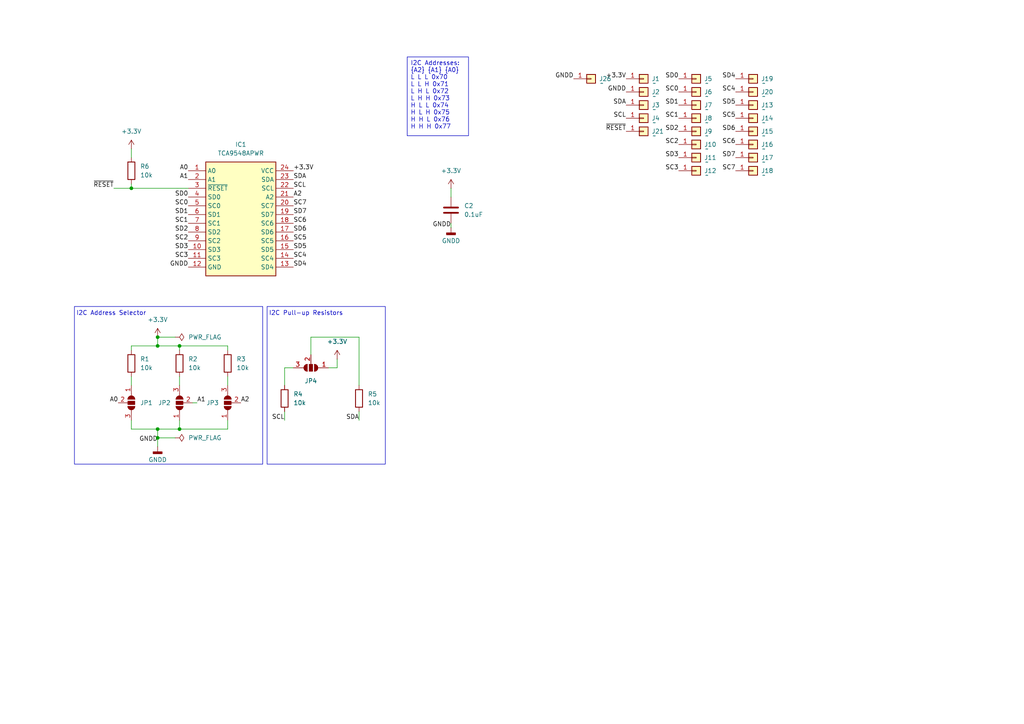
<source format=kicad_sch>
(kicad_sch (version 20231120) (generator "eeschema") (generator_version "8.0")
  (paper "A4")
  (title_block (title "Breakout Board: I²C Multiplexer based on TCA9548A") (date "2024-06-09") (rev "1") (company "Thomas Fanninger"))
  (lib_symbols
    (symbol "Connector_Generic:Conn_01x01" (pin_names (offset 1.016) hide)
      (property "Reference" "J" (at 0 2.54 0))
      (property "Value" "Conn_01x01" (at 0 -2.54 0))
      (symbol "Conn_01x01_1_1"
        (rectangle (start -1.27 0.127) (end 0 -0.127) (stroke (width 0.1524)))
        (rectangle (start -1.27 1.27) (end 1.27 -1.27) (stroke (width 0.254)) (fill (type background)))
        (pin passive line (at -5.08 0 0) (length 3.81) (name "Pin_1") (number "1"))
      )
    )
    (symbol "Device:C" (pin_numbers hide) (pin_names (offset 0.254))
      (property "Reference" "C" (at 0.635 2.54 0))
      (property "Value" "C" (at 0.635 -2.54 0))
      (symbol "C_0_1"
        (polyline (pts (xy -2.032 -0.762) (xy 2.032 -0.762)) (stroke (width 0.508)))
        (polyline (pts (xy -2.032 0.762) (xy 2.032 0.762)) (stroke (width 0.508)))
      )
      (symbol "C_1_1"
        (pin passive line (at 0 3.81 270) (length 2.794) (name "~") (number "1"))
        (pin passive line (at 0 -3.81 90) (length 2.794) (name "~") (number "2"))
      )
    )
    (symbol "Device:R" (pin_numbers hide) (pin_names (offset 0))
      (property "Reference" "R" (at 2.032 0 90))
      (property "Value" "R" (at 0 0 90))
      (symbol "R_0_1"
        (rectangle (start -1.016 -2.54) (end 1.016 2.54) (stroke (width 0.254)))
      )
      (symbol "R_1_1"
        (pin passive line (at 0 3.81 270) (length 1.27) (name "~") (number "1"))
        (pin passive line (at 0 -3.81 90) (length 1.27) (name "~") (number "2"))
      )
    )
    (symbol "Jumper:SolderJumper_3_Open" (pin_names (offset 0) hide) (exclude_from_sim yes) (in_bom no)
      (property "Reference" "JP" (at -2.54 -2.54 0))
      (property "Value" "SolderJumper_3_Open" (at 0 2.794 0))
      (symbol "SolderJumper_3_Open_0_1"
        (arc (start -1.016 1.016) (mid -2.0276 0) (end -1.016 -1.016))
        (arc (start -1.016 1.016) (mid -2.0276 0) (end -1.016 -1.016) (fill (type outline)))
        (rectangle (start -0.508 1.016) (end 0.508 -1.016) (fill (type outline)))
        (polyline (pts (xy -2.54 0) (xy -2.032 0)))
        (polyline (pts (xy -1.016 1.016) (xy -1.016 -1.016)))
        (polyline (pts (xy 0 -1.27) (xy 0 -1.016)))
        (polyline (pts (xy 1.016 1.016) (xy 1.016 -1.016)))
        (polyline (pts (xy 2.54 0) (xy 2.032 0)))
        (arc (start 1.016 -1.016) (mid 2.0276 0) (end 1.016 1.016))
        (arc (start 1.016 -1.016) (mid 2.0276 0) (end 1.016 1.016) (fill (type outline)))
      )
      (symbol "SolderJumper_3_Open_1_1"
        (pin passive line (at -5.08 0 0) (length 2.54) (name "A") (number "1"))
        (pin passive line (at 0 -3.81 90) (length 2.54) (name "C") (number "2"))
        (pin passive line (at 5.08 0 180) (length 2.54) (name "B") (number "3"))
      )
    )
    (symbol "TCA9548APWR:TCA9548APWR"
      (property "Reference" "IC" (at 26.67 7.62 0))
      (property "Value" "TCA9548APWR" (at 26.67 5.08 0))
      (symbol "TCA9548APWR_1_1"
        (rectangle (start 5.08 2.54) (end 25.4 -30.48) (stroke (width 0.254)) (fill (type background)))
        (pin passive line (at 0 0 0) (length 5.08) (name "A0") (number "1"))
        (pin passive line (at 0 -22.86 0) (length 5.08) (name "SD3") (number "10"))
        (pin passive line (at 0 -25.4 0) (length 5.08) (name "SC3") (number "11"))
        (pin passive line (at 0 -27.94 0) (length 5.08) (name "GND") (number "12"))
        (pin passive line (at 30.48 -27.94 180) (length 5.08) (name "SD4") (number "13"))
        (pin passive line (at 30.48 -25.4 180) (length 5.08) (name "SC4") (number "14"))
        (pin passive line (at 30.48 -22.86 180) (length 5.08) (name "SD5") (number "15"))
        (pin passive line (at 30.48 -20.32 180) (length 5.08) (name "SC5") (number "16"))
        (pin passive line (at 30.48 -17.78 180) (length 5.08) (name "SD6") (number "17"))
        (pin passive line (at 30.48 -15.24 180) (length 5.08) (name "SC6") (number "18"))
        (pin passive line (at 30.48 -12.7 180) (length 5.08) (name "SD7") (number "19"))
        (pin passive line (at 0 -2.54 0) (length 5.08) (name "A1") (number "2"))
        (pin passive line (at 30.48 -10.16 180) (length 5.08) (name "SC7") (number "20"))
        (pin passive line (at 30.48 -7.62 180) (length 5.08) (name "A2") (number "21"))
        (pin passive line (at 30.48 -5.08 180) (length 5.08) (name "SCL") (number "22"))
        (pin passive line (at 30.48 -2.54 180) (length 5.08) (name "SDA") (number "23"))
        (pin passive line (at 30.48 0 180) (length 5.08) (name "VCC") (number "24"))
        (pin passive line (at 0 -5.08 0) (length 5.08) (name "~{RESET}") (number "3"))
        (pin passive line (at 0 -7.62 0) (length 5.08) (name "SD0") (number "4"))
        (pin passive line (at 0 -10.16 0) (length 5.08) (name "SC0") (number "5"))
        (pin passive line (at 0 -12.7 0) (length 5.08) (name "SD1") (number "6"))
        (pin passive line (at 0 -15.24 0) (length 5.08) (name "SC1") (number "7"))
        (pin passive line (at 0 -17.78 0) (length 5.08) (name "SD2") (number "8"))
        (pin passive line (at 0 -20.32 0) (length 5.08) (name "SC2") (number "9"))
      )
    )
    (symbol "power:+3.3V" (power) (pin_numbers hide) (pin_names (offset 0) hide)
      (property "Value" "+3.3V" (at 0 3.556 0))
      (symbol "+3.3V_0_1"
        (polyline (pts (xy -0.762 1.27) (xy 0 2.54)))
        (polyline (pts (xy 0 0) (xy 0 2.54)))
        (polyline (pts (xy 0 2.54) (xy 0.762 1.27)))
      )
      (symbol "+3.3V_1_1"
        (pin power_in line (at 0 0 90) (length 0) (name "~") (number "1"))
      )
    )
    (symbol "power:GNDD" (power) (pin_numbers hide) (pin_names (offset 0) hide)
      (property "Value" "GNDD" (at 0 -3.175 0))
      (symbol "GNDD_0_1"
        (rectangle (start -1.27 -1.524) (end 1.27 -2.032) (stroke (width 0.254)) (fill (type outline)))
        (polyline (pts (xy 0 0) (xy 0 -1.524)))
      )
      (symbol "GNDD_1_1"
        (pin power_in line (at 0 0 270) (length 0) (name "~") (number "1"))
      )
    )
    (symbol "power:PWR_FLAG" (power) (pin_numbers hide) (pin_names (offset 0) hide)
      (property "Value" "PWR_FLAG" (at 0 3.81 0))
      (symbol "PWR_FLAG_0_0"
        (pin power_out line (at 0 0 90) (length 0) (name "~") (number "1"))
      )
      (symbol "PWR_FLAG_0_1"
        (polyline (pts (xy 0 0) (xy 0 1.27) (xy -1.016 1.905) (xy 0 2.54) (xy 1.016 1.905) (xy 0 1.27)))
      )
    )
  )
  (junction (at 45.72 97.79))
  (junction (at 45.72 124.46))
  (junction (at 45.72 100.33))
  (junction (at 38.1 54.61))
  (junction (at 52.07 100.33))
  (junction (at 52.07 124.46))
  (junction (at 45.72 127))
  (wire (pts (xy 38.1 53.34) (xy 38.1 54.61)))
  (wire (pts (xy 66.04 109.22) (xy 66.04 111.76)))
  (wire (pts (xy 52.07 101.6) (xy 52.07 100.33)))
  (wire (pts (xy 52.07 109.22) (xy 52.07 111.76)))
  (wire (pts (xy 38.1 54.61) (xy 54.61 54.61)))
  (wire (pts (xy 130.81 54.61) (xy 130.81 57.15)))
  (wire (pts (xy 45.72 127) (xy 50.8 127)))
  (wire (pts (xy 38.1 101.6) (xy 38.1 100.33)))
  (wire (pts (xy 38.1 109.22) (xy 38.1 111.76)))
  (wire (pts (xy 52.07 100.33) (xy 66.04 100.33)))
  (wire (pts (xy 52.07 124.46) (xy 66.04 124.46)))
  (wire (pts (xy 45.72 129.54) (xy 45.72 127)))
  (wire (pts (xy 95.25 106.68) (xy 97.79 106.68)))
  (wire (pts (xy 104.14 119.38) (xy 104.14 121.92)))
  (wire (pts (xy 38.1 43.18) (xy 38.1 45.72)))
  (wire (pts (xy 52.07 124.46) (xy 52.07 121.92)))
  (wire (pts (xy 33.02 54.61) (xy 38.1 54.61)))
  (wire (pts (xy 38.1 121.92) (xy 38.1 124.46)))
  (wire (pts (xy 90.17 97.79) (xy 90.17 102.87)))
  (wire (pts (xy 130.81 64.77) (xy 130.81 66.04)))
  (wire (pts (xy 82.55 111.76) (xy 82.55 106.68)))
  (wire (pts (xy 45.72 124.46) (xy 52.07 124.46)))
  (wire (pts (xy 97.79 106.68) (xy 97.79 104.14)))
  (wire (pts (xy 38.1 100.33) (xy 45.72 100.33)))
  (wire (pts (xy 66.04 101.6) (xy 66.04 100.33)))
  (wire (pts (xy 38.1 124.46) (xy 45.72 124.46)))
  (wire (pts (xy 45.72 100.33) (xy 52.07 100.33)))
  (wire (pts (xy 45.72 97.79) (xy 50.8 97.79)))
  (wire (pts (xy 45.72 127) (xy 45.72 124.46)))
  (wire (pts (xy 90.17 97.79) (xy 104.14 97.79)))
  (wire (pts (xy 104.14 97.79) (xy 104.14 111.76)))
  (wire (pts (xy 66.04 121.92) (xy 66.04 124.46)))
  (wire (pts (xy 82.55 119.38) (xy 82.55 121.92)))
  (wire (pts (xy 45.72 97.79) (xy 45.72 100.33)))
  (wire (pts (xy 82.55 106.68) (xy 85.09 106.68)))
  (wire (pts (xy 55.88 116.84) (xy 57.15 116.84)))
  (rectangle (start 21.59 88.9) (end 76.2 134.62))
  (rectangle (start 77.47 88.9) (end 111.76 134.62))
  (text_box "I2C Addresses: \n{A2} {A1} {A0}\nL L L 0x70\nL L H 0x71\nL H L 0x72\nL H H 0x73\nH L L 0x74\nH L H 0x75\nH H L 0x76\nH H H 0x77" (at 118.11 16.51 0) (size 17.78 22.86) (effects (font (size 1.27 1.27)) (justify left top)))
  (text "I2C Pull-up Resistors" (at 77.978 90.932 0) (effects (font (size 1.27 1.27)) (justify left)))
  (text "I2C Address Selector" (at 22.098 90.932 0) (effects (font (size 1.27 1.27)) (justify left)))
  (label "SC6" (at 85.09 64.77 0))
  (label "SCL" (at 85.09 54.61 0))
  (label "SC3" (at 196.85 49.53 180))
  (label "SC5" (at 213.36 34.29 180))
  (label "~{RESET}" (at 181.61 38.1 180))
  (label "SD0" (at 196.85 22.86 180))
  (label "SC7" (at 85.09 59.69 0))
  (label "SD5" (at 85.09 72.39 0))
  (label "SD7" (at 213.36 45.72 180))
  (label "SC4" (at 213.36 26.67 180))
  (label "A2" (at 69.85 116.84 0))
  (label "GNDD" (at 130.81 66.04 180))
  (label "SDA" (at 181.61 30.48 180))
  (label "SC0" (at 196.85 26.67 180))
  (label "SDA" (at 85.09 52.07 0))
  (label "SD1" (at 196.85 30.48 180))
  (label "SDA" (at 104.14 121.92 180))
  (label "SC0" (at 54.61 59.69 180))
  (label "SC6" (at 213.36 41.91 180))
  (label "SD0" (at 54.61 57.15 180))
  (label "SC4" (at 85.09 74.93 0))
  (label "A0" (at 54.61 49.53 180))
  (label "GNDD" (at 166.37 22.86 180))
  (label "A1" (at 54.61 52.07 180))
  (label "SC1" (at 196.85 34.29 180))
  (label "SC5" (at 85.09 69.85 0))
  (label "SD3" (at 196.85 45.72 180))
  (label "GNDD" (at 45.72 128.27 180))
  (label "SD2" (at 196.85 38.1 180))
  (label "SD6" (at 213.36 38.1 180))
  (label "SD7" (at 85.09 62.23 0))
  (label "SD2" (at 54.61 67.31 180))
  (label "+3.3V" (at 181.61 22.86 180))
  (label "SD4" (at 213.36 22.86 180))
  (label "SD3" (at 54.61 72.39 180))
  (label "A0" (at 34.29 116.84 180))
  (label "SCL" (at 181.61 34.29 180))
  (label "SC2" (at 196.85 41.91 180))
  (label "A1" (at 57.15 116.84 0))
  (label "~{RESET}" (at 33.02 54.61 180))
  (label "SCL" (at 82.55 121.92 180))
  (label "SC7" (at 213.36 49.53 180))
  (label "SC1" (at 54.61 64.77 180))
  (label "GNDD" (at 54.61 77.47 180))
  (label "SC2" (at 54.61 69.85 180))
  (label "SC3" (at 54.61 74.93 180))
  (label "+3.3V" (at 85.09 49.53 0))
  (label "SD1" (at 54.61 62.23 180))
  (label "SD6" (at 85.09 67.31 0))
  (label "SD4" (at 85.09 77.47 0))
  (label "GNDD" (at 181.61 26.67 180))
  (label "SD5" (at 213.36 30.48 180))
  (label "A2" (at 85.09 57.15 0))
  (symbol (lib_id "Connector_Generic:Conn_01x01") (at 201.93 22.86 0) (unit 1) (in_bom no)
    (property "Reference" "J5" (at 204.216 22.86 0) (effects (justify left)))
    (property "Value" "~" (at 204.47 24.1299 0) (effects (justify left)))
    (property "Footprint" "Castellated_Holes:Castellated_Hole02" (effects (hide yes)))
    (property "Description" "Generic connector, single row, 01x01, script generated (kicad-library-utils/schlib/autogen/connector/)" (effects (hide yes)))
  )
  (symbol (lib_id "Jumper:SolderJumper_3_Open") (at 90.17 106.68 180) (unit 1) (exclude_from_sim yes) (in_bom no)
    (property "Reference" "JP4" (at 90.17 110.49 0))
    (property "Value" "SolderJumper_3_Open" (effects (hide yes)))
    (property "Footprint" "Jumper:SolderJumper-3_P1.3mm_Open_RoundedPad1.0x1.5mm" (effects (hide yes)))
    (property "Description" "Solder Jumper, 3-pole, open" (effects (hide yes)))
  )
  (symbol (lib_id "Connector_Generic:Conn_01x01") (at 186.69 26.67 0) (unit 1) (in_bom no)
    (property "Reference" "J2" (at 188.976 26.67 0) (effects (justify left)))
    (property "Value" "~" (at 189.23 27.9399 0) (effects (justify left)))
    (property "Footprint" "Castellated_Holes:Castellated_Hole02" (effects (hide yes)))
    (property "Description" "Generic connector, single row, 01x01, script generated (kicad-library-utils/schlib/autogen/connector/)" (effects (hide yes)))
  )
  (symbol (lib_id "Connector_Generic:Conn_01x01") (at 218.44 26.67 0) (unit 1) (in_bom no)
    (property "Reference" "J20" (at 220.726 26.67 0) (effects (justify left)))
    (property "Value" "~" (at 220.98 27.9399 0) (effects (justify left)))
    (property "Footprint" "Castellated_Holes:Castellated_Hole02" (effects (hide yes)))
    (property "Description" "Generic connector, single row, 01x01, script generated (kicad-library-utils/schlib/autogen/connector/)" (effects (hide yes)))
  )
  (symbol (lib_id "Connector_Generic:Conn_01x01") (at 218.44 22.86 0) (unit 1) (in_bom no)
    (property "Reference" "J19" (at 220.726 22.86 0) (effects (justify left)))
    (property "Value" "~" (at 220.98 24.1299 0) (effects (justify left)))
    (property "Footprint" "Castellated_Holes:Castellated_Hole02" (effects (hide yes)))
    (property "Description" "Generic connector, single row, 01x01, script generated (kicad-library-utils/schlib/autogen/connector/)" (effects (hide yes)))
  )
  (symbol (lib_id "Device:R") (at 38.1 105.41 180) (unit 1)
    (property "Reference" "R1" (at 40.64 104.1399 0) (effects (justify right)))
    (property "Value" "10k" (at 40.64 106.6799 0) (effects (justify right)))
    (property "Footprint" "Resistor_SMD:R_0402_1005Metric_Pad0.72x0.64mm_HandSolder" (effects (hide yes)))
    (property "Description" "Resistor" (effects (hide yes)))
  )
  (symbol (lib_id "power:PWR_FLAG") (at 50.8 127 270) (unit 1)
    (property "Reference" "#FLG02" (effects (hide yes)))
    (property "Value" "PWR_FLAG" (at 54.61 126.9999 90) (effects (justify left)))
    (property "Description" "Special symbol for telling ERC where power comes from" (effects (hide yes)))
  )
  (symbol (lib_id "Device:R") (at 66.04 105.41 180) (unit 1)
    (property "Reference" "R3" (at 68.58 104.1399 0) (effects (justify right)))
    (property "Value" "10k" (at 68.58 106.6799 0) (effects (justify right)))
    (property "Footprint" "Resistor_SMD:R_0402_1005Metric_Pad0.72x0.64mm_HandSolder" (effects (hide yes)))
    (property "Description" "Resistor" (effects (hide yes)))
  )
  (symbol (lib_id "Connector_Generic:Conn_01x01") (at 218.44 45.72 0) (unit 1) (in_bom no)
    (property "Reference" "J17" (at 220.726 45.72 0) (effects (justify left)))
    (property "Value" "~" (at 220.98 46.9899 0) (effects (justify left)))
    (property "Footprint" "Castellated_Holes:Castellated_Hole02" (effects (hide yes)))
    (property "Description" "Generic connector, single row, 01x01, script generated (kicad-library-utils/schlib/autogen/connector/)" (effects (hide yes)))
  )
  (symbol (lib_id "Connector_Generic:Conn_01x01") (at 218.44 34.29 0) (unit 1) (in_bom no)
    (property "Reference" "J14" (at 220.726 34.29 0) (effects (justify left)))
    (property "Value" "~" (at 220.98 35.5599 0) (effects (justify left)))
    (property "Footprint" "Castellated_Holes:Castellated_Hole02" (effects (hide yes)))
    (property "Description" "Generic connector, single row, 01x01, script generated (kicad-library-utils/schlib/autogen/connector/)" (effects (hide yes)))
  )
  (symbol (lib_id "power:PWR_FLAG") (at 50.8 97.79 270) (unit 1)
    (property "Reference" "#FLG01" (effects (hide yes)))
    (property "Value" "PWR_FLAG" (at 54.61 97.7899 90) (effects (justify left)))
    (property "Description" "Special symbol for telling ERC where power comes from" (effects (hide yes)))
  )
  (symbol (lib_id "power:GNDD") (at 130.81 66.04 0) (unit 1)
    (property "Reference" "#PWR05" (effects (hide yes)))
    (property "Value" "GNDD" (at 130.81 69.85 0))
    (property "Description" "Power symbol creates a global label with name \"GNDD\" , digital ground" (effects (hide yes)))
  )
  (symbol (lib_id "Connector_Generic:Conn_01x01") (at 201.93 49.53 0) (unit 1) (in_bom no)
    (property "Reference" "J12" (at 204.216 49.53 0) (effects (justify left)))
    (property "Value" "~" (at 204.47 50.7999 0) (effects (justify left)))
    (property "Footprint" "Castellated_Holes:Castellated_Hole02" (effects (hide yes)))
    (property "Description" "Generic connector, single row, 01x01, script generated (kicad-library-utils/schlib/autogen/connector/)" (effects (hide yes)))
  )
  (symbol (lib_id "Jumper:SolderJumper_3_Open") (at 66.04 116.84 90) (unit 1) (exclude_from_sim yes) (in_bom no)
    (property "Reference" "JP3" (at 63.5 116.8399 90) (effects (justify left)))
    (property "Value" "SolderJumper_3_Open" (effects (hide yes)))
    (property "Footprint" "Jumper:SolderJumper-3_P1.3mm_Open_RoundedPad1.0x1.5mm" (effects (hide yes)))
    (property "Description" "Solder Jumper, 3-pole, open" (effects (hide yes)))
  )
  (symbol (lib_id "Connector_Generic:Conn_01x01") (at 186.69 34.29 0) (unit 1) (in_bom no)
    (property "Reference" "J4" (at 188.976 34.29 0) (effects (justify left)))
    (property "Value" "~" (at 189.23 35.5599 0) (effects (justify left)))
    (property "Footprint" "Castellated_Holes:Castellated_Hole02" (effects (hide yes)))
    (property "Description" "Generic connector, single row, 01x01, script generated (kicad-library-utils/schlib/autogen/connector/)" (effects (hide yes)))
  )
  (symbol (lib_id "Connector_Generic:Conn_01x01") (at 186.69 38.1 0) (unit 1) (in_bom no)
    (property "Reference" "J21" (at 188.976 38.1 0) (effects (justify left)))
    (property "Value" "~" (at 189.23 39.3699 0) (effects (justify left)))
    (property "Footprint" "Castellated_Holes:Castellated_Hole02" (effects (hide yes)))
    (property "Description" "Generic connector, single row, 01x01, script generated (kicad-library-utils/schlib/autogen/connector/)" (effects (hide yes)))
  )
  (symbol (lib_id "Connector_Generic:Conn_01x01") (at 186.69 22.86 0) (unit 1) (in_bom no)
    (property "Reference" "J1" (at 188.976 22.86 0) (effects (justify left)))
    (property "Value" "~" (at 189.23 24.1299 0) (effects (justify left)))
    (property "Footprint" "Castellated_Holes:Castellated_Hole02" (effects (hide yes)))
    (property "Description" "Generic connector, single row, 01x01, script generated (kicad-library-utils/schlib/autogen/connector/)" (effects (hide yes)))
  )
  (symbol (lib_id "Connector_Generic:Conn_01x01") (at 201.93 34.29 0) (unit 1) (in_bom no)
    (property "Reference" "J8" (at 204.216 34.29 0) (effects (justify left)))
    (property "Value" "~" (at 204.47 35.5599 0) (effects (justify left)))
    (property "Footprint" "Castellated_Holes:Castellated_Hole02" (effects (hide yes)))
    (property "Description" "Generic connector, single row, 01x01, script generated (kicad-library-utils/schlib/autogen/connector/)" (effects (hide yes)))
  )
  (symbol (lib_id "Connector_Generic:Conn_01x01") (at 218.44 41.91 0) (unit 1) (in_bom no)
    (property "Reference" "J16" (at 220.726 41.91 0) (effects (justify left)))
    (property "Value" "~" (at 220.98 43.1799 0) (effects (justify left)))
    (property "Footprint" "Castellated_Holes:Castellated_Hole02" (effects (hide yes)))
    (property "Description" "Generic connector, single row, 01x01, script generated (kicad-library-utils/schlib/autogen/connector/)" (effects (hide yes)))
  )
  (symbol (lib_id "Device:R") (at 52.07 105.41 180) (unit 1)
    (property "Reference" "R2" (at 54.61 104.1399 0) (effects (justify right)))
    (property "Value" "10k" (at 54.61 106.6799 0) (effects (justify right)))
    (property "Footprint" "Resistor_SMD:R_0402_1005Metric_Pad0.72x0.64mm_HandSolder" (effects (hide yes)))
    (property "Description" "Resistor" (effects (hide yes)))
  )
  (symbol (lib_id "Connector_Generic:Conn_01x01") (at 201.93 26.67 0) (unit 1) (in_bom no)
    (property "Reference" "J6" (at 204.216 26.67 0) (effects (justify left)))
    (property "Value" "~" (at 204.47 27.9399 0) (effects (justify left)))
    (property "Footprint" "Castellated_Holes:Castellated_Hole02" (effects (hide yes)))
    (property "Description" "Generic connector, single row, 01x01, script generated (kicad-library-utils/schlib/autogen/connector/)" (effects (hide yes)))
  )
  (symbol (lib_id "Device:R") (at 82.55 115.57 180) (unit 1)
    (property "Reference" "R4" (at 85.09 114.2999 0) (effects (justify right)))
    (property "Value" "10k" (at 85.09 116.8399 0) (effects (justify right)))
    (property "Footprint" "Resistor_SMD:R_0402_1005Metric_Pad0.72x0.64mm_HandSolder" (effects (hide yes)))
    (property "Description" "Resistor" (effects (hide yes)))
  )
  (symbol (lib_id "Connector_Generic:Conn_01x01") (at 201.93 45.72 0) (unit 1) (in_bom no)
    (property "Reference" "J11" (at 204.216 45.72 0) (effects (justify left)))
    (property "Value" "~" (at 204.47 46.9899 0) (effects (justify left)))
    (property "Footprint" "Castellated_Holes:Castellated_Hole02" (effects (hide yes)))
    (property "Description" "Generic connector, single row, 01x01, script generated (kicad-library-utils/schlib/autogen/connector/)" (effects (hide yes)))
  )
  (symbol (lib_id "Connector_Generic:Conn_01x01") (at 171.45 22.86 0) (unit 1) (in_bom no)
    (property "Reference" "J26" (at 173.736 22.86 0) (effects (justify left)))
    (property "Value" "~" (at 173.99 24.1299 0) (effects (justify left)))
    (property "Footprint" "Castellated_Holes:Castellated_Hole02" (effects (hide yes)))
    (property "Description" "Generic connector, single row, 01x01, script generated (kicad-library-utils/schlib/autogen/connector/)" (effects (hide yes)))
  )
  (symbol (lib_id "Device:R") (at 104.14 115.57 180) (unit 1)
    (property "Reference" "R5" (at 106.68 114.2999 0) (effects (justify right)))
    (property "Value" "10k" (at 106.68 116.8399 0) (effects (justify right)))
    (property "Footprint" "Resistor_SMD:R_0402_1005Metric_Pad0.72x0.64mm_HandSolder" (effects (hide yes)))
    (property "Description" "Resistor" (effects (hide yes)))
  )
  (symbol (lib_id "Jumper:SolderJumper_3_Open") (at 38.1 116.84 270) (unit 1) (exclude_from_sim yes) (in_bom no)
    (property "Reference" "JP1" (at 40.64 116.8399 90) (effects (justify left)))
    (property "Value" "SolderJumper_3_Open" (effects (hide yes)))
    (property "Footprint" "Jumper:SolderJumper-3_P1.3mm_Open_RoundedPad1.0x1.5mm" (effects (hide yes)))
    (property "Description" "Solder Jumper, 3-pole, open" (effects (hide yes)))
  )
  (symbol (lib_id "TCA9548APWR:TCA9548APWR") (at 54.61 49.53 0) (unit 1)
    (property "Reference" "IC1" (at 69.85 41.91 0))
    (property "Value" "TCA9548APWR" (at 69.85 44.45 0))
    (property "Footprint" "library:SOP65P640X120-24N" (effects (hide yes)))
    (property "Datasheet" "http://www.ti.com/lit/ds/symlink/tca9548a.pdf" (effects (hide yes)))
    (property "Description" "TEXAS INSTRUMENTS - TCA9548APWR - I2C SWITCH W/ RESET, 8-CH, TSSOP-24" (effects (hide yes)))
    (property "Height" "1.2" (effects (hide yes)))
    (property "Mouser Part Number" "595-TCA9548APWR" (effects (hide yes)))
    (property "Mouser Price/Stock" "https://www.mouser.co.uk/ProductDetail/Texas-Instruments/TCA9548APWR?qs=iFaFN7AS2WF%252BqSiJMbdYwQ%3D%3D" (effects (hide yes)))
    (property "Manufacturer_Name" "Texas Instruments" (effects (hide yes)))
    (property "Manufacturer_Part_Number" "TCA9548APWR" (effects (hide yes)))
  )
  (symbol (lib_id "Connector_Generic:Conn_01x01") (at 218.44 38.1 0) (unit 1) (in_bom no)
    (property "Reference" "J15" (at 220.726 38.1 0) (effects (justify left)))
    (property "Value" "~" (at 220.98 39.3699 0) (effects (justify left)))
    (property "Footprint" "Castellated_Holes:Castellated_Hole02" (effects (hide yes)))
    (property "Description" "Generic connector, single row, 01x01, script generated (kicad-library-utils/schlib/autogen/connector/)" (effects (hide yes)))
  )
  (symbol (lib_id "Connector_Generic:Conn_01x01") (at 201.93 30.48 0) (unit 1) (in_bom no)
    (property "Reference" "J7" (at 204.216 30.48 0) (effects (justify left)))
    (property "Value" "~" (at 204.47 31.7499 0) (effects (justify left)))
    (property "Footprint" "Castellated_Holes:Castellated_Hole02" (effects (hide yes)))
    (property "Description" "Generic connector, single row, 01x01, script generated (kicad-library-utils/schlib/autogen/connector/)" (effects (hide yes)))
  )
  (symbol (lib_id "power:+3.3V") (at 38.1 43.18 0) (unit 1)
    (property "Reference" "#PWR06" (effects (hide yes)))
    (property "Value" "+3.3V" (at 38.1 38.1 0))
    (property "Description" "Power symbol creates a global label with name \"+3.3V\"" (effects (hide yes)))
  )
  (symbol (lib_id "Device:R") (at 38.1 49.53 180) (unit 1)
    (property "Reference" "R6" (at 40.64 48.2599 0) (effects (justify right)))
    (property "Value" "10k" (at 40.64 50.7999 0) (effects (justify right)))
    (property "Footprint" "Resistor_SMD:R_0402_1005Metric_Pad0.72x0.64mm_HandSolder" (effects (hide yes)))
    (property "Description" "Resistor" (effects (hide yes)))
  )
  (symbol (lib_id "Connector_Generic:Conn_01x01") (at 218.44 49.53 0) (unit 1) (in_bom no)
    (property "Reference" "J18" (at 220.726 49.53 0) (effects (justify left)))
    (property "Value" "~" (at 220.98 50.7999 0) (effects (justify left)))
    (property "Footprint" "Castellated_Holes:Castellated_Hole02" (effects (hide yes)))
    (property "Description" "Generic connector, single row, 01x01, script generated (kicad-library-utils/schlib/autogen/connector/)" (effects (hide yes)))
  )
  (symbol (lib_id "power:+3.3V") (at 45.72 97.79 0) (unit 1)
    (property "Reference" "#PWR01" (effects (hide yes)))
    (property "Value" "+3.3V" (at 45.72 92.71 0))
    (property "Description" "Power symbol creates a global label with name \"+3.3V\"" (effects (hide yes)))
  )
  (symbol (lib_id "Connector_Generic:Conn_01x01") (at 186.69 30.48 0) (unit 1) (in_bom no)
    (property "Reference" "J3" (at 188.976 30.48 0) (effects (justify left)))
    (property "Value" "~" (at 189.23 31.7499 0) (effects (justify left)))
    (property "Footprint" "Castellated_Holes:Castellated_Hole02" (effects (hide yes)))
    (property "Description" "Generic connector, single row, 01x01, script generated (kicad-library-utils/schlib/autogen/connector/)" (effects (hide yes)))
  )
  (symbol (lib_id "Jumper:SolderJumper_3_Open") (at 52.07 116.84 90) (unit 1) (exclude_from_sim yes) (in_bom no)
    (property "Reference" "JP2" (at 49.53 116.8399 90) (effects (justify left)))
    (property "Value" "SolderJumper_3_Open" (effects (hide yes)))
    (property "Footprint" "Jumper:SolderJumper-3_P1.3mm_Open_RoundedPad1.0x1.5mm" (effects (hide yes)))
    (property "Description" "Solder Jumper, 3-pole, open" (effects (hide yes)))
  )
  (symbol (lib_id "Connector_Generic:Conn_01x01") (at 201.93 41.91 0) (unit 1) (in_bom no)
    (property "Reference" "J10" (at 204.216 41.91 0) (effects (justify left)))
    (property "Value" "~" (at 204.47 43.1799 0) (effects (justify left)))
    (property "Footprint" "Castellated_Holes:Castellated_Hole02" (effects (hide yes)))
    (property "Description" "Generic connector, single row, 01x01, script generated (kicad-library-utils/schlib/autogen/connector/)" (effects (hide yes)))
  )
  (symbol (lib_id "Connector_Generic:Conn_01x01") (at 218.44 30.48 0) (unit 1) (in_bom no)
    (property "Reference" "J13" (at 220.726 30.48 0) (effects (justify left)))
    (property "Value" "~" (at 220.98 31.7499 0) (effects (justify left)))
    (property "Footprint" "Castellated_Holes:Castellated_Hole02" (effects (hide yes)))
    (property "Description" "Generic connector, single row, 01x01, script generated (kicad-library-utils/schlib/autogen/connector/)" (effects (hide yes)))
  )
  (symbol (lib_id "power:+3.3V") (at 97.79 104.14 0) (unit 1)
    (property "Reference" "#PWR03" (effects (hide yes)))
    (property "Value" "+3.3V" (at 97.79 99.06 0))
    (property "Description" "Power symbol creates a global label with name \"+3.3V\"" (effects (hide yes)))
  )
  (symbol (lib_id "power:GNDD") (at 45.72 129.54 0) (unit 1)
    (property "Reference" "#PWR02" (effects (hide yes)))
    (property "Value" "GNDD" (at 45.72 133.35 0))
    (property "Description" "Power symbol creates a global label with name \"GNDD\" , digital ground" (effects (hide yes)))
  )
  (symbol (lib_id "Device:C") (at 130.81 60.96 0) (unit 1)
    (property "Reference" "C2" (at 134.62 59.6899 0) (effects (justify left)))
    (property "Value" "0.1uF" (at 134.62 62.2299 0) (effects (justify left)))
    (property "Footprint" "Capacitor_SMD:C_0402_1005Metric_Pad0.74x0.62mm_HandSolder" (effects (hide yes)))
    (property "Description" "Unpolarized capacitor" (effects (hide yes)))
  )
  (symbol (lib_id "Connector_Generic:Conn_01x01") (at 201.93 38.1 0) (unit 1) (in_bom no)
    (property "Reference" "J9" (at 204.216 38.1 0) (effects (justify left)))
    (property "Value" "~" (at 204.47 39.3699 0) (effects (justify left)))
    (property "Footprint" "Castellated_Holes:Castellated_Hole02" (effects (hide yes)))
    (property "Description" "Generic connector, single row, 01x01, script generated (kicad-library-utils/schlib/autogen/connector/)" (effects (hide yes)))
  )
  (symbol (lib_id "power:+3.3V") (at 130.81 54.61 0) (unit 1)
    (property "Reference" "#PWR04" (effects (hide yes)))
    (property "Value" "+3.3V" (at 130.81 49.53 0))
    (property "Description" "Power symbol creates a global label with name \"+3.3V\"" (effects (hide yes)))
  )
)
</source>
